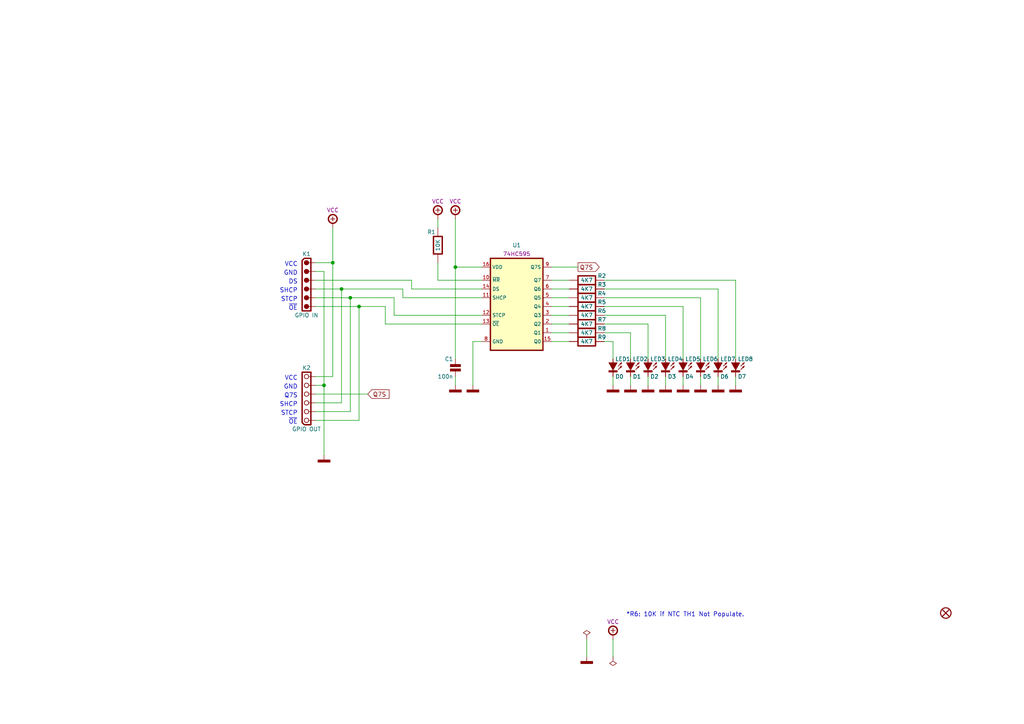
<source format=kicad_sch>
(kicad_sch (version 20211123) (generator eeschema)
  (paper "A4")
  (title_block (title "GPIO - 74HC595-LED") (date "01/2022") (rev "A"))
  (lib_symbols
    (symbol "tronixio:3M-SJ5376" (pin_numbers hide) (pin_names (offset 0) hide)
      (symbol "3M-SJ5376_0_1"
        (polyline (pts (xy -1.016 -1.016) (xy 1.016 1.016)) (stroke (width 0.3)))
        (polyline (pts (xy 1.016 -1.016) (xy -1.016 1.016)) (stroke (width 0.3)))
        (circle (center 0 0) (radius 1.524) (stroke (width 0.3)))
      )
    )
    (symbol "tronixio:74HC595-SOIC-16" (pin_names (offset 0.5))
      (property "Reference" "U" (at 0 17.78 0))
      (property "Name" "74HC595" (at 0 15.24 0))
      (symbol "74HC595-SOIC-16_0_1"
        (rectangle (start -7.62 13.97) (end 7.62 -12.7) (stroke (width 0.4)) (fill (type background)))
      )
      (symbol "74HC595-SOIC-16_1_1"
        (pin output line (at 10.16 -7.62 180) (length 2.54) (name "Q1") (number "1"))
        (pin input line (at -10.16 7.62 0) (length 2.54) (name "~{MR}") (number "10"))
        (pin input line (at -10.16 2.54 0) (length 2.54) (name "SHCP") (number "11"))
        (pin input line (at -10.16 -2.54 0) (length 2.54) (name "STCP") (number "12"))
        (pin input line (at -10.16 -5.08 0) (length 2.54) (name "~{OE}") (number "13"))
        (pin input line (at -10.16 5.08 0) (length 2.54) (name "DS") (number "14"))
        (pin output line (at 10.16 -10.16 180) (length 2.54) (name "Q0") (number "15"))
        (pin power_in line (at -10.16 11.43 0) (length 2.54) (name "VDD") (number "16"))
        (pin output line (at 10.16 -5.08 180) (length 2.54) (name "Q2") (number "2"))
        (pin output line (at 10.16 -2.54 180) (length 2.54) (name "Q3") (number "3"))
        (pin output line (at 10.16 0 180) (length 2.54) (name "Q4") (number "4"))
        (pin output line (at 10.16 2.54 180) (length 2.54) (name "Q5") (number "5"))
        (pin output line (at 10.16 5.08 180) (length 2.54) (name "Q6") (number "6"))
        (pin output line (at 10.16 7.62 180) (length 2.54) (name "Q7") (number "7"))
        (pin power_in line (at -10.16 -10.16 0) (length 2.54) (name "GND") (number "8"))
        (pin output line (at 10.16 11.43 180) (length 2.54) (name "Q7S") (number "9"))
      )
    )
    (symbol "tronixio:C-1206" (pin_numbers hide) (pin_names (offset 0) hide)
      (property "Reference" "C" (at 0.635 2.54 0))
      (property "Value" "C-1206" (at 0.635 -2.54 0))
      (symbol "C-1206_0_1"
        (rectangle (start -1.524 -0.254) (end 1.524 -1.016) (stroke (width 0.001)) (fill (type outline)))
        (rectangle (start -1.524 1.016) (end 1.524 0.254) (stroke (width 0.001)) (fill (type outline)))
      )
      (symbol "C-1206_1_1"
        (pin passive line (at 0 2.54 270) (length 1.905) (name "~") (number "1"))
        (pin passive line (at 0 -2.54 90) (length 1.905) (name "~") (number "2"))
      )
    )
    (symbol "tronixio:HARWIN-254-M-1X06-RIGHT-ANGLE" (pin_numbers hide) (pin_names (offset 0) hide)
      (property "Reference" "K" (at 0 2.54 0))
      (property "Value" "HARWIN-254-M-1X06-RIGHT-ANGLE" (at 0 -15.24 0))
      (symbol "HARWIN-254-M-1X06-RIGHT-ANGLE_0_1"
        (circle (center 0 -12.7) (radius 0.635) (stroke (width 0.2)) (fill (type outline)))
        (circle (center 0 -10.16) (radius 0.635) (stroke (width 0.2)) (fill (type outline)))
        (circle (center 0 -7.62) (radius 0.635) (stroke (width 0.2)) (fill (type outline)))
        (circle (center 0 -5.08) (radius 0.635) (stroke (width 0.2)) (fill (type outline)))
        (circle (center 0 -2.54) (radius 0.635) (stroke (width 0.2)) (fill (type outline)))
        (polyline (pts (xy -1.27 -13.97) (xy 1.27 -13.97) (xy 1.27 0.635) (xy 0.635 1.27) (xy -1.27 1.27) (xy -1.27 -13.97)) (stroke (width 0.4)))
        (circle (center 0 0) (radius 0.635) (stroke (width 0.2)) (fill (type outline)))
      )
      (symbol "HARWIN-254-M-1X06-RIGHT-ANGLE_1_1"
        (pin passive line (at -2.54 0 0) (length 1.905) (name "1") (number "1"))
        (pin passive line (at -2.54 -2.54 0) (length 1.905) (name "2") (number "2"))
        (pin passive line (at -2.54 -5.08 0) (length 1.905) (name "3") (number "3"))
        (pin passive line (at -2.54 -7.62 0) (length 1.905) (name "4") (number "4"))
        (pin passive line (at -2.54 -10.16 0) (length 1.905) (name "5") (number "5"))
        (pin passive line (at -2.54 -12.7 0) (length 1.905) (name "6") (number "6"))
      )
    )
    (symbol "tronixio:LED-1206-PURPLE" (pin_numbers hide) (pin_names (offset 0) hide)
      (property "Reference" "LED" (at 0 -2.54 0))
      (property "Value" "LED-1206-PURPLE" (at 0 -5.08 0))
      (symbol "LED-1206-PURPLE_0_1"
        (rectangle (start -1.27 1.27) (end -0.762 -1.27) (stroke (width 0.001)) (fill (type outline)))
        (polyline (pts (xy 1.524 -1.27) (xy 1.524 1.27) (xy -0.762 0) (xy 1.524 -1.27)) (stroke (width 0.001)) (fill (type outline)))
        (polyline (pts (xy -0.508 1.524) (xy 0.508 2.54) (xy 0.254 2.032) (xy 0 2.286) (xy 0.508 2.54)) (stroke (width 0.2)))
        (polyline (pts (xy 0.508 1.524) (xy 1.524 2.54) (xy 1.27 2.032) (xy 1.016 2.286) (xy 1.524 2.54)) (stroke (width 0.2)))
      )
      (symbol "LED-1206-PURPLE_1_1"
        (pin passive line (at -2.54 0 0) (length 1.27) (name "K") (number "1"))
        (pin passive line (at 2.54 0 180) (length 1.27) (name "A") (number "2"))
      )
    )
    (symbol "tronixio:POWER-GND" (power) (pin_numbers hide) (pin_names (offset 0) hide)
      (symbol "POWER-GND_0_1"
        (rectangle (start -1.778 -2.032) (end 1.778 -1.27) (stroke (width 0.001)) (fill (type outline)))
      )
      (symbol "POWER-GND_1_1"
        (pin power_in line (at 0 0 270) (length 1.27) (name "GND") (number "1"))
      )
    )
    (symbol "tronixio:POWER-VCC" (power) (pin_numbers hide) (pin_names (offset 0) hide)
      (property "Name" "VCC" (at 0 5.08 0))
      (symbol "POWER-VCC_0_1"
        (polyline (pts (xy -0.635 2.54) (xy 0.635 2.54)) (stroke (width 0.2)))
        (polyline (pts (xy 0 1.905) (xy 0 3.175)) (stroke (width 0.2)))
        (circle (center 0 2.54) (radius 1.27) (stroke (width 0.4)))
      )
      (symbol "POWER-VCC_1_1"
        (pin power_in line (at 0 0 90) (length 1.27) (name "VCC") (number "1"))
      )
    )
    (symbol "tronixio:PWR_FLAG" (power) (pin_numbers hide) (pin_names (offset 0) hide)
      (symbol "PWR_FLAG_0_0"
        (pin power_out line (at 0 0 90) (length 0) (name "pwr") (number "1"))
      )
      (symbol "PWR_FLAG_0_1"
        (polyline (pts (xy 0 0) (xy 0 1.27) (xy -1.016 1.905) (xy 0 2.54) (xy 1.016 1.905) (xy 0 1.27)))
      )
    )
    (symbol "tronixio:R-1210" (pin_numbers hide) (pin_names (offset 0) hide)
      (property "Reference" "R" (at 2.54 0 90))
      (property "Value" "R-1210" (at 0 0 90))
      (symbol "R-1210_0_1"
        (rectangle (start -1.27 -2.54) (end 1.27 2.54) (stroke (width 0.4)))
      )
      (symbol "R-1210_1_1"
        (pin passive line (at 0 5.08 270) (length 2.54) (name "~") (number "1"))
        (pin passive line (at 0 -5.08 90) (length 2.54) (name "~") (number "2"))
      )
    )
    (symbol "tronixio:SAMTEC-SSW-106-02-T-S-RA" (pin_numbers hide) (pin_names (offset 0) hide)
      (property "Reference" "K" (at 0 2.54 0))
      (property "Value" "SAMTEC-SSW-106-02-T-S-RA" (at 0 -15.24 0))
      (symbol "SAMTEC-SSW-106-02-T-S-RA_0_1"
        (circle (center 0 -12.7) (radius 0.635) (stroke (width 0.2)))
        (circle (center 0 -10.16) (radius 0.635) (stroke (width 0.2)))
        (circle (center 0 -7.62) (radius 0.635) (stroke (width 0.2)))
        (circle (center 0 -5.08) (radius 0.635) (stroke (width 0.2)))
        (circle (center 0 -2.54) (radius 0.635) (stroke (width 0.2)))
        (polyline (pts (xy -1.27 -13.97) (xy 1.27 -13.97) (xy 1.27 0.635) (xy 0.635 1.27) (xy -1.27 1.27) (xy -1.27 -13.97)) (stroke (width 0.4)))
        (circle (center 0 0) (radius 0.635) (stroke (width 0.2)))
      )
      (symbol "SAMTEC-SSW-106-02-T-S-RA_1_1"
        (pin passive line (at -2.54 0 0) (length 1.905) (name "1") (number "1"))
        (pin passive line (at -2.54 -2.54 0) (length 1.905) (name "2") (number "2"))
        (pin passive line (at -2.54 -5.08 0) (length 1.905) (name "3") (number "3"))
        (pin passive line (at -2.54 -7.62 0) (length 1.905) (name "4") (number "4"))
        (pin passive line (at -2.54 -10.16 0) (length 1.905) (name "5") (number "5"))
        (pin passive line (at -2.54 -12.7 0) (length 1.905) (name "6") (number "6"))
      )
    )
  )
  (junction (at 104.14 88.9))
  (junction (at 99.06 83.82))
  (junction (at 132.08 77.47))
  (junction (at 101.6 86.36))
  (junction (at 96.52 76.2))
  (junction (at 93.98 111.76))
  (wire (pts (xy 175.26 96.52) (xy 182.88 96.52)))
  (wire (pts (xy 99.06 83.82) (xy 116.84 83.82)))
  (wire (pts (xy 116.84 83.82) (xy 116.84 86.36)))
  (wire (pts (xy 132.08 63.5) (xy 132.08 77.47)))
  (wire (pts (xy 91.44 114.3) (xy 106.68 114.3)))
  (wire (pts (xy 160.02 77.47) (xy 167.64 77.47)))
  (wire (pts (xy 132.08 77.47) (xy 132.08 104.14)))
  (wire (pts (xy 132.08 77.47) (xy 139.7 77.47)))
  (wire (pts (xy 119.38 83.82) (xy 139.7 83.82)))
  (wire (pts (xy 160.02 83.82) (xy 165.1 83.82)))
  (wire (pts (xy 177.8 185.42) (xy 177.8 190.5)))
  (wire (pts (xy 208.28 111.76) (xy 208.28 109.22)))
  (wire (pts (xy 99.06 116.84) (xy 99.06 83.82)))
  (wire (pts (xy 187.96 93.98) (xy 187.96 104.14)))
  (wire (pts (xy 119.38 81.28) (xy 119.38 83.82)))
  (wire (pts (xy 187.96 111.76) (xy 187.96 109.22)))
  (wire (pts (xy 175.26 86.36) (xy 203.2 86.36)))
  (wire (pts (xy 96.52 76.2) (xy 96.52 66.04)))
  (wire (pts (xy 160.02 81.28) (xy 165.1 81.28)))
  (wire (pts (xy 116.84 86.36) (xy 139.7 86.36)))
  (wire (pts (xy 111.76 88.9) (xy 111.76 93.98)))
  (wire (pts (xy 101.6 86.36) (xy 114.3 86.36)))
  (wire (pts (xy 91.44 111.76) (xy 93.98 111.76)))
  (wire (pts (xy 104.14 88.9) (xy 111.76 88.9)))
  (wire (pts (xy 182.88 96.52) (xy 182.88 104.14)))
  (wire (pts (xy 193.04 91.44) (xy 193.04 104.14)))
  (wire (pts (xy 175.26 88.9) (xy 198.12 88.9)))
  (wire (pts (xy 91.44 116.84) (xy 99.06 116.84)))
  (wire (pts (xy 91.44 109.22) (xy 96.52 109.22)))
  (wire (pts (xy 91.44 88.9) (xy 104.14 88.9)))
  (wire (pts (xy 182.88 111.76) (xy 182.88 109.22)))
  (wire (pts (xy 137.16 99.06) (xy 139.7 99.06)))
  (wire (pts (xy 177.8 111.76) (xy 177.8 109.22)))
  (wire (pts (xy 91.44 86.36) (xy 101.6 86.36)))
  (wire (pts (xy 203.2 86.36) (xy 203.2 104.14)))
  (wire (pts (xy 175.26 93.98) (xy 187.96 93.98)))
  (wire (pts (xy 175.26 81.28) (xy 213.36 81.28)))
  (wire (pts (xy 93.98 111.76) (xy 93.98 132.08)))
  (wire (pts (xy 127 81.28) (xy 127 76.2)))
  (wire (pts (xy 175.26 91.44) (xy 193.04 91.44)))
  (wire (pts (xy 160.02 88.9) (xy 165.1 88.9)))
  (wire (pts (xy 91.44 76.2) (xy 96.52 76.2)))
  (wire (pts (xy 198.12 111.76) (xy 198.12 109.22)))
  (wire (pts (xy 213.36 111.76) (xy 213.36 109.22)))
  (wire (pts (xy 114.3 86.36) (xy 114.3 91.44)))
  (wire (pts (xy 96.52 76.2) (xy 96.52 109.22)))
  (wire (pts (xy 111.76 93.98) (xy 139.7 93.98)))
  (wire (pts (xy 160.02 93.98) (xy 165.1 93.98)))
  (wire (pts (xy 132.08 111.76) (xy 132.08 109.22)))
  (wire (pts (xy 127 63.5) (xy 127 66.04)))
  (wire (pts (xy 93.98 78.74) (xy 93.98 111.76)))
  (wire (pts (xy 177.8 99.06) (xy 177.8 104.14)))
  (wire (pts (xy 160.02 96.52) (xy 165.1 96.52)))
  (wire (pts (xy 175.26 83.82) (xy 208.28 83.82)))
  (wire (pts (xy 91.44 81.28) (xy 119.38 81.28)))
  (wire (pts (xy 91.44 83.82) (xy 99.06 83.82)))
  (wire (pts (xy 91.44 119.38) (xy 101.6 119.38)))
  (wire (pts (xy 104.14 121.92) (xy 104.14 88.9)))
  (wire (pts (xy 160.02 86.36) (xy 165.1 86.36)))
  (wire (pts (xy 198.12 88.9) (xy 198.12 104.14)))
  (wire (pts (xy 208.28 83.82) (xy 208.28 104.14)))
  (wire (pts (xy 170.18 185.42) (xy 170.18 190.5)))
  (wire (pts (xy 160.02 99.06) (xy 165.1 99.06)))
  (wire (pts (xy 193.04 111.76) (xy 193.04 109.22)))
  (wire (pts (xy 91.44 121.92) (xy 104.14 121.92)))
  (wire (pts (xy 213.36 81.28) (xy 213.36 104.14)))
  (wire (pts (xy 139.7 81.28) (xy 127 81.28)))
  (wire (pts (xy 203.2 111.76) (xy 203.2 109.22)))
  (wire (pts (xy 137.16 99.06) (xy 137.16 111.76)))
  (wire (pts (xy 175.26 99.06) (xy 177.8 99.06)))
  (wire (pts (xy 114.3 91.44) (xy 139.7 91.44)))
  (wire (pts (xy 101.6 119.38) (xy 101.6 86.36)))
  (wire (pts (xy 91.44 78.74) (xy 93.98 78.74)))
  (wire (pts (xy 160.02 91.44) (xy 165.1 91.44)))
  (text "SHCP" (at 86.36 118.11 180) (effects (font (size 1.27 1.27)) (justify right bottom)))
  (text "SHCP" (at 86.36 85.09 180) (effects (font (size 1.27 1.27)) (justify right bottom)))
  (text "STCP" (at 86.36 120.65 180) (effects (font (size 1.27 1.27)) (justify right bottom)))
  (text "~{OE}" (at 86.36 90.17 180) (effects (font (size 1.27 1.27)) (justify right bottom)))
  (text "GND" (at 86.36 113.03 180) (effects (font (size 1.27 1.27)) (justify right bottom)))
  (text "VCC" (at 86.36 77.47 180) (effects (font (size 1.27 1.27)) (justify right bottom)))
  (text "DS" (at 86.36 82.55 180) (effects (font (size 1.27 1.27)) (justify right bottom)))
  (text "Q7S" (at 86.36 115.57 180) (effects (font (size 1.27 1.27)) (justify right bottom)))
  (text "STCP" (at 86.36 87.63 180) (effects (font (size 1.27 1.27)) (justify right bottom)))
  (text "*R6: 10K if NTC TH1 Not Populate." (at 181.61 179.07 0) (effects (font (size 1.27 1.27)) (justify left bottom)))
  (text "GND" (at 86.36 80.01 180) (effects (font (size 1.27 1.27)) (justify right bottom)))
  (text "~{OE}" (at 86.36 123.19 180) (effects (font (size 1.27 1.27)) (justify right bottom)))
  (text "VCC" (at 86.36 110.49 180) (effects (font (size 1.27 1.27)) (justify right bottom)))
  (global_label "Q7S" (shape input) (at 106.68 114.3 0) (property "Intersheet References" "${INTERSHEET_REFS}" (effects hide)))
  (global_label "Q7S" (shape output) (at 167.64 77.47 0) (property "Intersheet References" "${INTERSHEET_REFS}" (effects hide)))
  (symbol (lib_id "tronixio:SAMTEC-SSW-106-02-T-S-RA") (at 88.9 121.92 180) (unit 1)
    (property "Reference" "K2" (at 88.9 106.68 0) (effects (font (size 1.15 1.15))))
    (property "Value" "GPIO OUT" (at 88.9 124.46 0) (effects (font (size 1.15 1.15))))
    (property "Footprint" "tronixio:SAMTEC-SSW-106-02-T-S-RA" (effects hide))
    (property "Datasheet" "http://suddendocs.samtec.com/catalog_english/ssw_th.pdf" (effects hide))
    (property "Mouser" "200-SSW10602TSRA" (effects hide))
  )
  (symbol (lib_id "tronixio:R-1210") (at 170.18 83.82 90) (unit 1)
    (property "Reference" "R3" (at 173.355 82.55 90) (effects (font (size 1.15 1.15)) (justify right)))
    (property "Value" "4K7" (at 170.18 83.82 90) (effects (font (size 1.15 1.15))))
    (property "Footprint" "tronixio:RESISTOR-1206" (effects hide))
  )
  (symbol (lib_id "tronixio:C-1206") (at 132.08 106.68 0) (unit 1)
    (property "Reference" "C1" (at 131.445 104.14 0) (effects (font (size 1.15 1.15)) (justify right)))
    (property "Value" "100n" (at 131.445 109.22 0) (effects (font (size 1.15 1.15)) (justify right)))
    (property "Footprint" "tronixio:CAPACITOR-1206" (effects hide))
  )
  (symbol (lib_id "tronixio:R-1210") (at 170.18 88.9 90) (unit 1)
    (property "Reference" "R5" (at 173.355 87.63 90) (effects (font (size 1.15 1.15)) (justify right)))
    (property "Value" "4K7" (at 170.18 88.9 90) (effects (font (size 1.15 1.15))))
    (property "Footprint" "tronixio:RESISTOR-1206" (effects hide))
  )
  (symbol (lib_id "tronixio:POWER-GND") (at 208.28 111.76 0) (unit 1)
    (property "Reference" "#PWR015" (effects hide))
    (property "Value" "POWER-GND" (effects hide))
  )
  (symbol (lib_id "tronixio:R-1210") (at 170.18 81.28 90) (unit 1)
    (property "Reference" "R2" (at 173.355 80.01 90) (effects (font (size 1.15 1.15)) (justify right)))
    (property "Value" "4K7" (at 170.18 81.28 90) (effects (font (size 1.15 1.15))))
    (property "Footprint" "tronixio:RESISTOR-1206" (effects hide))
  )
  (symbol (lib_id "tronixio:R-1210") (at 170.18 96.52 90) (unit 1)
    (property "Reference" "R8" (at 173.355 95.25 90) (effects (font (size 1.15 1.15)) (justify right)))
    (property "Value" "4K7" (at 170.18 96.52 90) (effects (font (size 1.15 1.15))))
    (property "Footprint" "tronixio:RESISTOR-1206" (effects hide))
  )
  (symbol (lib_id "tronixio:POWER-GND") (at 187.96 111.76 0) (unit 1)
    (property "Reference" "#PWR011" (effects hide))
    (property "Value" "POWER-GND" (effects hide))
  )
  (symbol (lib_id "tronixio:LED-1206-PURPLE") (at 193.04 106.68 270) (mirror x) (unit 1)
    (property "Reference" "LED4" (at 193.675 104.14 90) (effects (font (size 1.15 1.15)) (justify left)))
    (property "Value" "D3" (at 193.675 109.22 90) (effects (font (size 1.15 1.15)) (justify left)))
    (property "Footprint" "tronixio:LED-1206" (effects hide))
    (property "Datasheet" "https://www.kingbrightusa.com/images/catalog/SPEC/APTR3216-VFX.pdf" (effects hide))
    (property "Mouser" "604-APTR3216-VFX" (effects hide))
  )
  (symbol (lib_id "tronixio:LED-1206-PURPLE") (at 177.8 106.68 270) (mirror x) (unit 1)
    (property "Reference" "LED1" (at 178.435 104.14 90) (effects (font (size 1.15 1.15)) (justify left)))
    (property "Value" "D0" (at 178.435 109.22 90) (effects (font (size 1.15 1.15)) (justify left)))
    (property "Footprint" "tronixio:LED-1206" (effects hide))
    (property "Datasheet" "https://www.kingbrightusa.com/images/catalog/SPEC/APTR3216-VFX.pdf" (effects hide))
    (property "Mouser" "604-APTR3216-VFX" (effects hide))
  )
  (symbol (lib_id "tronixio:POWER-GND") (at 182.88 111.76 0) (unit 1)
    (property "Reference" "#PWR010" (effects hide))
    (property "Value" "POWER-GND" (effects hide))
  )
  (symbol (lib_id "tronixio:POWER-VCC") (at 132.08 63.5 0) (unit 1)
    (property "Reference" "#PWR04" (effects hide))
    (property "Value" "POWER-VBAT" (effects hide))
    (property "Name" "VCC" (at 132.08 58.42 0) (effects (font (size 1.15 1.15))))
  )
  (symbol (lib_id "tronixio:R-1210") (at 170.18 93.98 90) (unit 1)
    (property "Reference" "R7" (at 173.355 92.71 90) (effects (font (size 1.15 1.15)) (justify right)))
    (property "Value" "4K7" (at 170.18 93.98 90) (effects (font (size 1.15 1.15))))
    (property "Footprint" "tronixio:RESISTOR-1206" (effects hide))
  )
  (symbol (lib_id "tronixio:LED-1206-PURPLE") (at 182.88 106.68 270) (mirror x) (unit 1)
    (property "Reference" "LED2" (at 183.515 104.14 90) (effects (font (size 1.15 1.15)) (justify left)))
    (property "Value" "D1" (at 183.515 109.22 90) (effects (font (size 1.15 1.15)) (justify left)))
    (property "Footprint" "tronixio:LED-1206" (effects hide))
    (property "Datasheet" "https://www.kingbrightusa.com/images/catalog/SPEC/APTR3216-VFX.pdf" (effects hide))
    (property "Mouser" "604-APTR3216-VFX" (effects hide))
  )
  (symbol (lib_id "tronixio:POWER-GND") (at 213.36 111.76 0) (unit 1)
    (property "Reference" "#PWR016" (effects hide))
    (property "Value" "POWER-GND" (effects hide))
  )
  (symbol (lib_id "tronixio:R-1210") (at 127 71.12 180) (unit 1)
    (property "Reference" "R1" (at 126.365 67.31 0) (effects (font (size 1.15 1.15)) (justify left)))
    (property "Value" "10K" (at 127 71.12 90) (effects (font (size 1.15 1.15))))
    (property "Footprint" "tronixio:RESISTOR-1206" (effects hide))
  )
  (symbol (lib_id "tronixio:LED-1206-PURPLE") (at 203.2 106.68 270) (mirror x) (unit 1)
    (property "Reference" "LED6" (at 203.835 104.14 90) (effects (font (size 1.15 1.15)) (justify left)))
    (property "Value" "D5" (at 203.835 109.22 90) (effects (font (size 1.15 1.15)) (justify left)))
    (property "Footprint" "tronixio:LED-1206" (effects hide))
    (property "Datasheet" "https://www.kingbrightusa.com/images/catalog/SPEC/APTR3216-VFX.pdf" (effects hide))
    (property "Mouser" "604-APTR3216-VFX" (effects hide))
  )
  (symbol (lib_id "tronixio:R-1210") (at 170.18 91.44 90) (unit 1)
    (property "Reference" "R6" (at 173.355 90.17 90) (effects (font (size 1.15 1.15)) (justify right)))
    (property "Value" "4K7" (at 170.18 91.44 90) (effects (font (size 1.15 1.15))))
    (property "Footprint" "tronixio:RESISTOR-1206" (effects hide))
  )
  (symbol (lib_id "tronixio:POWER-GND") (at 203.2 111.76 0) (unit 1)
    (property "Reference" "#PWR014" (effects hide))
    (property "Value" "POWER-GND" (effects hide))
  )
  (symbol (lib_id "tronixio:R-1210") (at 170.18 86.36 90) (unit 1)
    (property "Reference" "R4" (at 173.355 85.09 90) (effects (font (size 1.15 1.15)) (justify right)))
    (property "Value" "4K7" (at 170.18 86.36 90) (effects (font (size 1.15 1.15))))
    (property "Footprint" "tronixio:RESISTOR-1206" (effects hide))
  )
  (symbol (lib_id "tronixio:PWR_FLAG") (at 177.8 190.5 180) (unit 1)
    (property "Reference" "#FLG02" (effects hide))
    (property "Value" "PWR_FLAG" (effects hide))
  )
  (symbol (lib_id "tronixio:LED-1206-PURPLE") (at 213.36 106.68 270) (mirror x) (unit 1)
    (property "Reference" "LED8" (at 213.995 104.14 90) (effects (font (size 1.15 1.15)) (justify left)))
    (property "Value" "D7" (at 213.995 109.22 90) (effects (font (size 1.15 1.15)) (justify left)))
    (property "Footprint" "tronixio:LED-1206" (effects hide))
    (property "Datasheet" "https://www.kingbrightusa.com/images/catalog/SPEC/APTR3216-VFX.pdf" (effects hide))
    (property "Mouser" "604-APTR3216-VFX" (effects hide))
  )
  (symbol (lib_id "tronixio:HARWIN-254-M-1X06-RIGHT-ANGLE") (at 88.9 76.2 0) (mirror y) (unit 1)
    (property "Reference" "K1" (at 88.9 73.66 0) (effects (font (size 1.15 1.15))))
    (property "Value" "GPIO IN" (at 88.9 91.44 0) (effects (font (size 1.15 1.15))))
    (property "Footprint" "tronixio:HARWIN-M20-975064x" (effects hide))
    (property "Datasheet" "https://www.harwin.com/products/M20-9750646/" (effects hide))
    (property "Mouser" "855-M20-975064" (effects hide))
  )
  (symbol (lib_id "tronixio:POWER-GND") (at 198.12 111.76 0) (unit 1)
    (property "Reference" "#PWR013" (effects hide))
    (property "Value" "POWER-GND" (effects hide))
  )
  (symbol (lib_id "tronixio:POWER-VCC") (at 127 63.5 0) (unit 1)
    (property "Reference" "#PWR03" (effects hide))
    (property "Value" "POWER-VBAT" (effects hide))
    (property "Name" "VCC" (at 127 58.42 0) (effects (font (size 1.15 1.15))))
  )
  (symbol (lib_id "tronixio:POWER-VCC") (at 96.52 66.04 0) (unit 1)
    (property "Reference" "#PWR02" (effects hide))
    (property "Value" "POWER-VBAT" (effects hide))
    (property "Name" "VCC" (at 96.52 60.96 0) (effects (font (size 1.15 1.15))))
  )
  (symbol (lib_id "tronixio:3M-SJ5376") (at 274.32 177.8 0) (unit 1)
    (property "Reference" "U2" (effects hide))
    (property "Value" "3M-SJ5376" (effects hide))
    (property "Footprint" "tronixio:zzz3M-SJ5376" (effects hide))
    (property "Datasheet" "https://multimedia.3m.com/mws/media/743845O/sjxx76-pdf.pdf" (effects hide))
    (property "Mouser" "517-SJ5376" (effects hide))
  )
  (symbol (lib_id "tronixio:POWER-GND") (at 137.16 111.76 0) (unit 1)
    (property "Reference" "#PWR06" (effects hide))
    (property "Value" "POWER-GND" (effects hide))
  )
  (symbol (lib_id "tronixio:LED-1206-PURPLE") (at 198.12 106.68 270) (mirror x) (unit 1)
    (property "Reference" "LED5" (at 198.755 104.14 90) (effects (font (size 1.15 1.15)) (justify left)))
    (property "Value" "D4" (at 198.755 109.22 90) (effects (font (size 1.15 1.15)) (justify left)))
    (property "Footprint" "tronixio:LED-1206" (effects hide))
    (property "Datasheet" "https://www.kingbrightusa.com/images/catalog/SPEC/APTR3216-VFX.pdf" (effects hide))
    (property "Mouser" "604-APTR3216-VFX" (effects hide))
  )
  (symbol (lib_id "tronixio:POWER-GND") (at 170.18 190.5 0) (unit 1)
    (property "Reference" "#PWR07" (effects hide))
    (property "Value" "POWER-GND" (effects hide))
  )
  (symbol (lib_id "tronixio:LED-1206-PURPLE") (at 208.28 106.68 270) (mirror x) (unit 1)
    (property "Reference" "LED7" (at 208.915 104.14 90) (effects (font (size 1.15 1.15)) (justify left)))
    (property "Value" "D6" (at 208.915 109.22 90) (effects (font (size 1.15 1.15)) (justify left)))
    (property "Footprint" "tronixio:LED-1206" (effects hide))
    (property "Datasheet" "https://www.kingbrightusa.com/images/catalog/SPEC/APTR3216-VFX.pdf" (effects hide))
    (property "Mouser" "604-APTR3216-VFX" (effects hide))
  )
  (symbol (lib_id "tronixio:R-1210") (at 170.18 99.06 90) (unit 1)
    (property "Reference" "R9" (at 173.355 97.79 90) (effects (font (size 1.15 1.15)) (justify right)))
    (property "Value" "4K7" (at 170.18 99.06 90) (effects (font (size 1.15 1.15))))
    (property "Footprint" "tronixio:RESISTOR-1206" (effects hide))
  )
  (symbol (lib_id "tronixio:74HC595-SOIC-16") (at 149.86 88.9 0) (unit 1)
    (property "Reference" "U1" (at 149.86 71.12 0) (effects (font (size 1.15 1.15))))
    (property "Value" "74HC595-SOIC-16" (effects hide))
    (property "Footprint" "tronixio:SOIC-16" (effects hide))
    (property "Datasheet" "https://www.nexperia.com/product/74HC595D" (effects hide))
    (property "Name" "74HC595" (at 149.86 73.66 0) (effects (font (size 1.15 1.15))))
    (property "Mouser" "771-AHC595D118" (effects hide))
  )
  (symbol (lib_id "tronixio:LED-1206-PURPLE") (at 187.96 106.68 270) (mirror x) (unit 1)
    (property "Reference" "LED3" (at 188.595 104.14 90) (effects (font (size 1.15 1.15)) (justify left)))
    (property "Value" "D2" (at 188.595 109.22 90) (effects (font (size 1.15 1.15)) (justify left)))
    (property "Footprint" "tronixio:LED-1206" (effects hide))
    (property "Datasheet" "https://www.kingbrightusa.com/images/catalog/SPEC/APTR3216-VFX.pdf" (effects hide))
    (property "Mouser" "604-APTR3216-VFX" (effects hide))
  )
  (symbol (lib_id "tronixio:POWER-GND") (at 177.8 111.76 0) (unit 1)
    (property "Reference" "#PWR08" (effects hide))
    (property "Value" "POWER-GND" (effects hide))
  )
  (symbol (lib_id "tronixio:POWER-GND") (at 132.08 111.76 0) (unit 1)
    (property "Reference" "#PWR05" (effects hide))
    (property "Value" "POWER-GND" (effects hide))
  )
  (symbol (lib_id "tronixio:POWER-GND") (at 93.98 132.08 0) (unit 1)
    (property "Reference" "#PWR01" (effects hide))
    (property "Value" "POWER-GND" (effects hide))
  )
  (symbol (lib_id "tronixio:PWR_FLAG") (at 170.18 185.42 0) (unit 1)
    (property "Reference" "#FLG01" (effects hide))
    (property "Value" "PWR_FLAG" (effects hide))
  )
  (symbol (lib_id "tronixio:POWER-VCC") (at 177.8 185.42 0) (unit 1)
    (property "Reference" "#PWR09" (effects hide))
    (property "Value" "POWER-VBAT" (effects hide))
    (property "Name" "VCC" (at 177.8 180.34 0) (effects (font (size 1.15 1.15))))
  )
  (symbol (lib_id "tronixio:POWER-GND") (at 193.04 111.76 0) (unit 1)
    (property "Reference" "#PWR012" (effects hide))
    (property "Value" "POWER-GND" (effects hide))
  )
)
</source>
